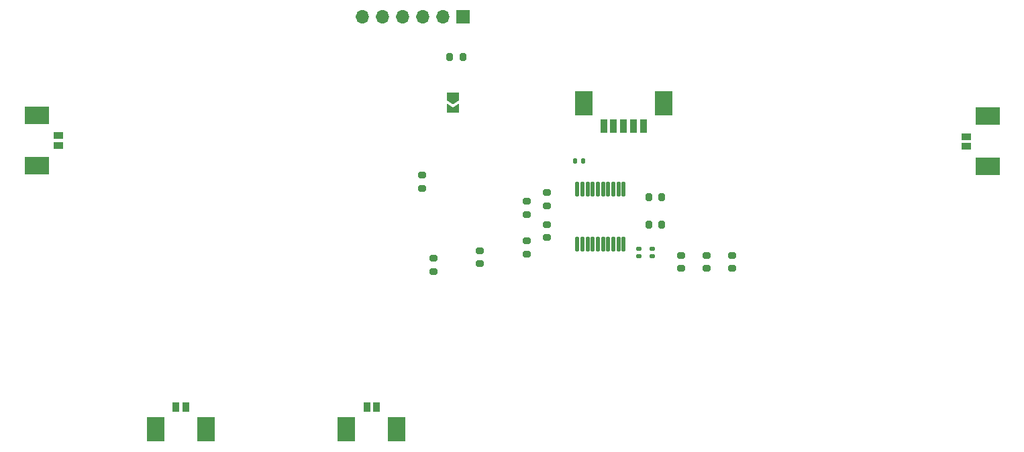
<source format=gbs>
G04 #@! TF.GenerationSoftware,KiCad,Pcbnew,8.0.9*
G04 #@! TF.CreationDate,2025-09-24T23:27:37+09:00*
G04 #@! TF.ProjectId,usb_sfc_pad,7573625f-7366-4635-9f70-61642e6b6963,rev?*
G04 #@! TF.SameCoordinates,Original*
G04 #@! TF.FileFunction,Soldermask,Bot*
G04 #@! TF.FilePolarity,Negative*
%FSLAX46Y46*%
G04 Gerber Fmt 4.6, Leading zero omitted, Abs format (unit mm)*
G04 Created by KiCad (PCBNEW 8.0.9) date 2025-09-24 23:27:37*
%MOMM*%
%LPD*%
G01*
G04 APERTURE LIST*
G04 Aperture macros list*
%AMRoundRect*
0 Rectangle with rounded corners*
0 $1 Rounding radius*
0 $2 $3 $4 $5 $6 $7 $8 $9 X,Y pos of 4 corners*
0 Add a 4 corners polygon primitive as box body*
4,1,4,$2,$3,$4,$5,$6,$7,$8,$9,$2,$3,0*
0 Add four circle primitives for the rounded corners*
1,1,$1+$1,$2,$3*
1,1,$1+$1,$4,$5*
1,1,$1+$1,$6,$7*
1,1,$1+$1,$8,$9*
0 Add four rect primitives between the rounded corners*
20,1,$1+$1,$2,$3,$4,$5,0*
20,1,$1+$1,$4,$5,$6,$7,0*
20,1,$1+$1,$6,$7,$8,$9,0*
20,1,$1+$1,$8,$9,$2,$3,0*%
%AMFreePoly0*
4,1,6,1.000000,0.000000,0.500000,-0.750000,-0.500000,-0.750000,-0.500000,0.750000,0.500000,0.750000,1.000000,0.000000,1.000000,0.000000,$1*%
%AMFreePoly1*
4,1,6,0.500000,-0.750000,-0.650000,-0.750000,-0.150000,0.000000,-0.650000,0.750000,0.500000,0.750000,0.500000,-0.750000,0.500000,-0.750000,$1*%
G04 Aperture macros list end*
%ADD10R,0.889000X1.295400*%
%ADD11R,2.209800X3.098800*%
%ADD12R,3.098800X2.209800*%
%ADD13R,1.295400X0.889000*%
%ADD14RoundRect,0.200000X-0.275000X0.200000X-0.275000X-0.200000X0.275000X-0.200000X0.275000X0.200000X0*%
%ADD15RoundRect,0.200000X0.200000X0.275000X-0.200000X0.275000X-0.200000X-0.275000X0.200000X-0.275000X0*%
%ADD16RoundRect,0.200000X0.275000X-0.200000X0.275000X0.200000X-0.275000X0.200000X-0.275000X-0.200000X0*%
%ADD17FreePoly0,270.000000*%
%ADD18FreePoly1,270.000000*%
%ADD19RoundRect,0.140000X0.170000X-0.140000X0.170000X0.140000X-0.170000X0.140000X-0.170000X-0.140000X0*%
%ADD20RoundRect,0.140000X-0.140000X-0.170000X0.140000X-0.170000X0.140000X0.170000X-0.140000X0.170000X0*%
%ADD21R,0.812800X1.701800*%
%ADD22RoundRect,0.112500X0.112500X-0.837500X0.112500X0.837500X-0.112500X0.837500X-0.112500X-0.837500X0*%
%ADD23R,1.700000X1.700000*%
%ADD24O,1.700000X1.700000*%
G04 APERTURE END LIST*
D10*
X113050000Y-139250000D03*
X111800000Y-139250000D03*
D11*
X109250000Y-142000000D03*
X115600000Y-142000000D03*
D10*
X137150000Y-139250000D03*
X135900000Y-139250000D03*
D11*
X133350000Y-142000000D03*
X139700000Y-142000000D03*
D12*
X94250000Y-108750000D03*
X94250000Y-102400000D03*
D13*
X97000000Y-104950000D03*
X97000000Y-106200000D03*
X211504200Y-105075000D03*
X211504200Y-106325000D03*
D12*
X214254200Y-108875000D03*
X214254200Y-102525000D03*
D14*
X182000000Y-120075000D03*
X182000000Y-121725000D03*
X158600000Y-112175000D03*
X158600000Y-113825000D03*
D15*
X173125000Y-116200000D03*
X171475000Y-116200000D03*
D16*
X142900000Y-111625000D03*
X142900000Y-109975000D03*
D14*
X178800000Y-120075000D03*
X178800000Y-121725000D03*
D15*
X148025000Y-95000000D03*
X146375000Y-95000000D03*
D14*
X144300000Y-120475000D03*
X144300000Y-122125000D03*
D17*
X146800000Y-100075000D03*
D18*
X146800000Y-101525000D03*
D14*
X150200000Y-119475000D03*
X150200000Y-121125000D03*
D19*
X171900000Y-120180000D03*
X171900000Y-119220000D03*
D20*
X162220000Y-108200000D03*
X163180000Y-108200000D03*
D21*
X165800000Y-103800000D03*
X167050000Y-103800000D03*
X168300000Y-103800000D03*
X169550000Y-103800000D03*
X170800000Y-103800000D03*
D11*
X173350000Y-100900001D03*
X163250000Y-100900001D03*
D14*
X156100000Y-118275000D03*
X156100000Y-119925000D03*
D16*
X158600000Y-117825000D03*
X158600000Y-116175000D03*
D15*
X173125000Y-112700000D03*
X171475000Y-112700000D03*
D19*
X170200000Y-120180000D03*
X170200000Y-119220000D03*
D14*
X156100000Y-113275000D03*
X156100000Y-114925000D03*
X175600000Y-120075000D03*
X175600000Y-121725000D03*
D22*
X168300000Y-118700000D03*
X167650000Y-118700000D03*
X167000000Y-118700000D03*
X166350000Y-118700000D03*
X165700000Y-118700000D03*
X165050000Y-118700000D03*
X164400000Y-118700000D03*
X163750000Y-118700000D03*
X163100000Y-118700000D03*
X162450000Y-118700000D03*
X162450000Y-111700000D03*
X163100000Y-111700000D03*
X163750000Y-111700000D03*
X164400000Y-111700000D03*
X165050000Y-111700000D03*
X165700000Y-111700000D03*
X166350000Y-111700000D03*
X167000000Y-111700000D03*
X167650000Y-111700000D03*
X168300000Y-111700000D03*
D23*
X148020000Y-90000000D03*
D24*
X145480000Y-90000000D03*
X142940000Y-90000000D03*
X140400000Y-90000000D03*
X137860000Y-90000000D03*
X135320000Y-90000000D03*
M02*

</source>
